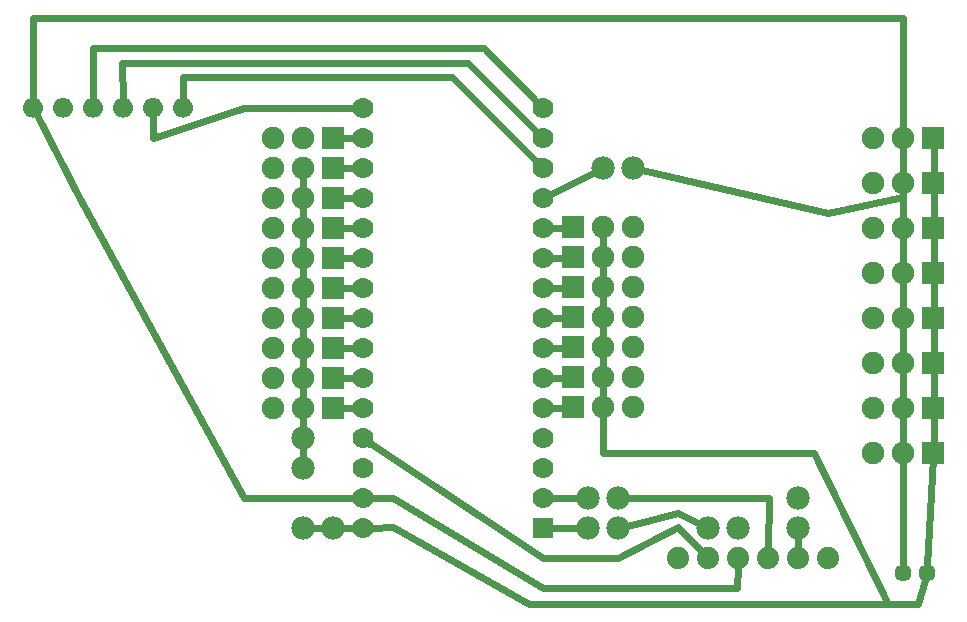
<source format=gtl>
G04 MADE WITH FRITZING*
G04 WWW.FRITZING.ORG*
G04 DOUBLE SIDED*
G04 HOLES PLATED*
G04 CONTOUR ON CENTER OF CONTOUR VECTOR*
%ASAXBY*%
%FSLAX23Y23*%
%MOIN*%
%OFA0B0*%
%SFA1.0B1.0*%
%ADD10C,0.075000*%
%ADD11C,0.065972*%
%ADD12C,0.057000*%
%ADD13C,0.070000*%
%ADD14C,0.074000*%
%ADD15C,0.078000*%
%ADD16R,0.075000X0.075000*%
%ADD17R,0.069972X0.070000*%
%ADD18C,0.024000*%
%ADD19R,0.001000X0.001000*%
%LNCOPPER1*%
G90*
G70*
G54D10*
X3256Y722D03*
X3156Y722D03*
X3056Y722D03*
X3256Y572D03*
X3156Y572D03*
X3056Y572D03*
X3256Y1472D03*
X3156Y1472D03*
X3056Y1472D03*
X3256Y1172D03*
X3156Y1172D03*
X3056Y1172D03*
X3256Y872D03*
X3156Y872D03*
X3056Y872D03*
X3256Y1622D03*
X3156Y1622D03*
X3056Y1622D03*
X3256Y1322D03*
X3156Y1322D03*
X3056Y1322D03*
X3256Y1022D03*
X3156Y1022D03*
X3056Y1022D03*
X1256Y1622D03*
X1156Y1622D03*
X1056Y1622D03*
X1256Y1522D03*
X1156Y1522D03*
X1056Y1522D03*
X1256Y1422D03*
X1156Y1422D03*
X1056Y1422D03*
X1256Y1322D03*
X1156Y1322D03*
X1056Y1322D03*
X1256Y1222D03*
X1156Y1222D03*
X1056Y1222D03*
X1256Y1122D03*
X1156Y1122D03*
X1056Y1122D03*
X1256Y922D03*
X1156Y922D03*
X1056Y922D03*
X1256Y1022D03*
X1156Y1022D03*
X1056Y1022D03*
X1256Y722D03*
X1156Y722D03*
X1056Y722D03*
X1256Y822D03*
X1156Y822D03*
X1056Y822D03*
X2058Y1325D03*
X2158Y1325D03*
X2258Y1325D03*
X2058Y1125D03*
X2158Y1125D03*
X2258Y1125D03*
X2058Y1225D03*
X2158Y1225D03*
X2258Y1225D03*
X2058Y1025D03*
X2158Y1025D03*
X2258Y1025D03*
X2058Y825D03*
X2158Y825D03*
X2258Y825D03*
X2058Y925D03*
X2158Y925D03*
X2258Y925D03*
X2058Y725D03*
X2158Y725D03*
X2258Y725D03*
G54D11*
X257Y1723D03*
X357Y1723D03*
X457Y1723D03*
X557Y1723D03*
X657Y1723D03*
X757Y1723D03*
G54D12*
X3157Y173D03*
X3236Y173D03*
X3157Y173D03*
X3236Y173D03*
G54D13*
X1957Y323D03*
X1957Y423D03*
X1957Y523D03*
X1957Y623D03*
X1957Y723D03*
X1957Y823D03*
X1957Y923D03*
X1957Y1023D03*
X1957Y1123D03*
X1957Y1223D03*
X1957Y1323D03*
X1957Y1423D03*
X1957Y1523D03*
X1957Y1623D03*
X1957Y1723D03*
X1357Y323D03*
X1357Y423D03*
X1357Y523D03*
X1357Y623D03*
X1357Y723D03*
X1357Y823D03*
X1357Y923D03*
X1357Y1023D03*
X1357Y1123D03*
X1357Y1223D03*
X1357Y1323D03*
X1357Y1423D03*
X1357Y1523D03*
X1357Y1623D03*
X1357Y1723D03*
G54D14*
X2907Y223D03*
X2807Y223D03*
X2707Y223D03*
X2607Y223D03*
X2507Y223D03*
X2407Y223D03*
G54D15*
X2207Y423D03*
X2107Y423D03*
X1257Y323D03*
X1157Y323D03*
X1157Y523D03*
X1157Y623D03*
X2157Y1523D03*
X2257Y1523D03*
X2807Y323D03*
X2807Y423D03*
X2607Y323D03*
X2507Y323D03*
X2207Y323D03*
X2107Y323D03*
G54D16*
X3256Y722D03*
X3256Y572D03*
X3256Y1472D03*
X3256Y1172D03*
X3256Y872D03*
X3256Y1622D03*
X3256Y1322D03*
X3256Y1022D03*
X1256Y1622D03*
X1256Y1522D03*
X1256Y1422D03*
X1256Y1322D03*
X1256Y1222D03*
X1256Y1122D03*
X1256Y922D03*
X1256Y1022D03*
X1256Y722D03*
X1256Y822D03*
X2058Y1325D03*
X2058Y1125D03*
X2058Y1225D03*
X2058Y1025D03*
X2058Y825D03*
X2058Y925D03*
X2058Y725D03*
G54D17*
X1957Y323D03*
G54D18*
X1986Y1224D02*
X2040Y1224D01*
D02*
X1986Y1124D02*
X2040Y1124D01*
D02*
X1986Y1024D02*
X2040Y1024D01*
D02*
X1986Y924D02*
X2040Y924D01*
D02*
X1986Y824D02*
X2040Y824D01*
D02*
X2040Y724D02*
X1986Y724D01*
D02*
X2157Y739D02*
X2157Y1309D01*
D02*
X1986Y1324D02*
X2040Y1324D01*
D02*
X1274Y1222D02*
X1328Y1223D01*
D02*
X1274Y1322D02*
X1328Y1323D01*
D02*
X1274Y1422D02*
X1328Y1423D01*
D02*
X1458Y424D02*
X1386Y423D01*
D02*
X1956Y123D02*
X1458Y424D01*
D02*
X2605Y123D02*
X1956Y123D01*
D02*
X2607Y192D02*
X2605Y123D01*
D02*
X1956Y222D02*
X2206Y222D01*
D02*
X2206Y222D02*
X2408Y325D01*
D02*
X2408Y325D02*
X2485Y245D01*
D02*
X1359Y621D02*
X1956Y222D01*
D02*
X1378Y603D02*
X1359Y621D01*
D02*
X2709Y424D02*
X2237Y423D01*
D02*
X2707Y254D02*
X2709Y424D01*
D02*
X1274Y1622D02*
X1328Y1623D01*
D02*
X1274Y1522D02*
X1328Y1523D01*
D02*
X2807Y254D02*
X2807Y293D01*
D02*
X2408Y372D02*
X2480Y337D01*
D02*
X2236Y330D02*
X2408Y372D01*
D02*
X1274Y722D02*
X1328Y723D01*
D02*
X1274Y822D02*
X1328Y823D01*
D02*
X1274Y922D02*
X1328Y923D01*
D02*
X1274Y1022D02*
X1328Y1023D01*
D02*
X1274Y1122D02*
X1328Y1123D01*
D02*
X757Y1825D02*
X757Y1750D01*
D02*
X1655Y1825D02*
X757Y1825D01*
D02*
X456Y1924D02*
X457Y1750D01*
D02*
X1759Y1924D02*
X456Y1924D01*
D02*
X1937Y1744D02*
X1759Y1924D01*
D02*
X1956Y1524D02*
X1655Y1825D01*
D02*
X1939Y1546D02*
X1956Y1524D01*
D02*
X1157Y1172D02*
X1158Y938D01*
D02*
X1157Y1208D02*
X1157Y1172D01*
D02*
X1158Y738D02*
X1158Y808D01*
D02*
X1158Y838D02*
X1158Y1208D01*
D02*
X1158Y1338D02*
X1158Y1508D01*
D02*
X1158Y1308D02*
X1158Y1238D01*
D02*
X959Y1722D02*
X658Y1623D01*
D02*
X658Y1623D02*
X657Y1696D01*
D02*
X1328Y1723D02*
X959Y1722D01*
D02*
X555Y1872D02*
X557Y1750D01*
D02*
X1707Y1872D02*
X555Y1872D01*
D02*
X1937Y1644D02*
X1707Y1872D01*
D02*
X1983Y1436D02*
X2130Y1510D01*
D02*
X3158Y1158D02*
X3158Y1038D01*
D02*
X3158Y1308D02*
X3158Y1188D01*
D02*
X3158Y1458D02*
X3158Y1338D01*
D02*
X3158Y1488D02*
X3158Y1608D01*
D02*
X3259Y1488D02*
X3259Y1606D01*
D02*
X3259Y1338D02*
X3259Y1456D01*
D02*
X3259Y1188D02*
X3259Y1306D01*
D02*
X3259Y1038D02*
X3259Y1156D01*
D02*
X3259Y1006D02*
X3259Y888D01*
D02*
X3158Y558D02*
X3157Y198D01*
D02*
X3258Y556D02*
X3237Y198D01*
D02*
X3158Y708D02*
X3158Y588D01*
D02*
X3158Y858D02*
X3158Y738D01*
D02*
X3259Y706D02*
X3259Y588D01*
D02*
X3259Y856D02*
X3259Y738D01*
D02*
X3158Y1008D02*
X3158Y888D01*
D02*
X258Y2023D02*
X257Y1750D01*
D02*
X3156Y2023D02*
X258Y2023D01*
D02*
X3158Y1638D02*
X3156Y2023D01*
D02*
X2906Y1374D02*
X2286Y1516D01*
D02*
X3156Y1425D02*
X2906Y1374D01*
D02*
X3157Y1458D02*
X3156Y1425D01*
D02*
X3108Y71D02*
X2859Y574D01*
D02*
X3207Y71D02*
X3108Y71D01*
D02*
X2158Y574D02*
X2157Y709D01*
D02*
X2859Y574D02*
X2158Y574D01*
D02*
X3229Y149D02*
X3207Y71D01*
D02*
X1458Y325D02*
X1386Y324D01*
D02*
X1909Y71D02*
X1458Y325D01*
D02*
X3207Y71D02*
X1909Y71D01*
D02*
X3229Y149D02*
X3207Y71D01*
D02*
X1227Y323D02*
X1187Y323D01*
D02*
X1157Y593D02*
X1157Y553D01*
D02*
X1157Y653D02*
X1158Y708D01*
D02*
X1287Y323D02*
X1328Y323D01*
D02*
X959Y424D02*
X1328Y423D01*
D02*
X409Y1425D02*
X959Y424D01*
D02*
X269Y1699D02*
X409Y1425D01*
D02*
X2077Y423D02*
X1986Y423D01*
D02*
X2077Y323D02*
X1986Y323D01*
G54D19*
X250Y1756D02*
X263Y1756D01*
X350Y1756D02*
X363Y1756D01*
X450Y1756D02*
X463Y1756D01*
X550Y1756D02*
X563Y1756D01*
X650Y1756D02*
X663Y1756D01*
X750Y1756D02*
X763Y1756D01*
X247Y1755D02*
X267Y1755D01*
X347Y1755D02*
X366Y1755D01*
X447Y1755D02*
X466Y1755D01*
X547Y1755D02*
X566Y1755D01*
X646Y1755D02*
X666Y1755D01*
X746Y1755D02*
X766Y1755D01*
X244Y1754D02*
X269Y1754D01*
X344Y1754D02*
X369Y1754D01*
X444Y1754D02*
X469Y1754D01*
X544Y1754D02*
X569Y1754D01*
X644Y1754D02*
X669Y1754D01*
X744Y1754D02*
X769Y1754D01*
X242Y1753D02*
X271Y1753D01*
X342Y1753D02*
X371Y1753D01*
X442Y1753D02*
X471Y1753D01*
X542Y1753D02*
X571Y1753D01*
X642Y1753D02*
X671Y1753D01*
X742Y1753D02*
X771Y1753D01*
X240Y1752D02*
X273Y1752D01*
X340Y1752D02*
X373Y1752D01*
X440Y1752D02*
X473Y1752D01*
X540Y1752D02*
X573Y1752D01*
X640Y1752D02*
X673Y1752D01*
X740Y1752D02*
X773Y1752D01*
X238Y1751D02*
X275Y1751D01*
X338Y1751D02*
X375Y1751D01*
X438Y1751D02*
X475Y1751D01*
X538Y1751D02*
X575Y1751D01*
X638Y1751D02*
X675Y1751D01*
X738Y1751D02*
X775Y1751D01*
X237Y1750D02*
X276Y1750D01*
X337Y1750D02*
X376Y1750D01*
X437Y1750D02*
X476Y1750D01*
X537Y1750D02*
X576Y1750D01*
X637Y1750D02*
X676Y1750D01*
X737Y1750D02*
X776Y1750D01*
X236Y1749D02*
X277Y1749D01*
X336Y1749D02*
X377Y1749D01*
X436Y1749D02*
X477Y1749D01*
X536Y1749D02*
X577Y1749D01*
X636Y1749D02*
X677Y1749D01*
X736Y1749D02*
X777Y1749D01*
X235Y1748D02*
X278Y1748D01*
X335Y1748D02*
X378Y1748D01*
X435Y1748D02*
X478Y1748D01*
X535Y1748D02*
X578Y1748D01*
X634Y1748D02*
X678Y1748D01*
X734Y1748D02*
X778Y1748D01*
X234Y1747D02*
X280Y1747D01*
X333Y1747D02*
X380Y1747D01*
X433Y1747D02*
X480Y1747D01*
X533Y1747D02*
X580Y1747D01*
X633Y1747D02*
X679Y1747D01*
X733Y1747D02*
X779Y1747D01*
X233Y1746D02*
X280Y1746D01*
X333Y1746D02*
X380Y1746D01*
X433Y1746D02*
X480Y1746D01*
X533Y1746D02*
X580Y1746D01*
X633Y1746D02*
X680Y1746D01*
X732Y1746D02*
X780Y1746D01*
X232Y1745D02*
X281Y1745D01*
X332Y1745D02*
X381Y1745D01*
X432Y1745D02*
X481Y1745D01*
X532Y1745D02*
X581Y1745D01*
X632Y1745D02*
X681Y1745D01*
X732Y1745D02*
X781Y1745D01*
X231Y1744D02*
X282Y1744D01*
X331Y1744D02*
X382Y1744D01*
X431Y1744D02*
X482Y1744D01*
X531Y1744D02*
X582Y1744D01*
X631Y1744D02*
X682Y1744D01*
X731Y1744D02*
X782Y1744D01*
X230Y1743D02*
X283Y1743D01*
X330Y1743D02*
X383Y1743D01*
X430Y1743D02*
X483Y1743D01*
X530Y1743D02*
X583Y1743D01*
X630Y1743D02*
X683Y1743D01*
X730Y1743D02*
X783Y1743D01*
X230Y1742D02*
X283Y1742D01*
X330Y1742D02*
X383Y1742D01*
X430Y1742D02*
X483Y1742D01*
X530Y1742D02*
X583Y1742D01*
X629Y1742D02*
X683Y1742D01*
X729Y1742D02*
X783Y1742D01*
X229Y1741D02*
X284Y1741D01*
X329Y1741D02*
X384Y1741D01*
X429Y1741D02*
X484Y1741D01*
X529Y1741D02*
X584Y1741D01*
X629Y1741D02*
X684Y1741D01*
X729Y1741D02*
X784Y1741D01*
X228Y1740D02*
X285Y1740D01*
X328Y1740D02*
X385Y1740D01*
X428Y1740D02*
X485Y1740D01*
X528Y1740D02*
X585Y1740D01*
X628Y1740D02*
X685Y1740D01*
X728Y1740D02*
X785Y1740D01*
X228Y1739D02*
X252Y1739D01*
X261Y1739D02*
X285Y1739D01*
X328Y1739D02*
X352Y1739D01*
X361Y1739D02*
X385Y1739D01*
X428Y1739D02*
X452Y1739D01*
X461Y1739D02*
X485Y1739D01*
X528Y1739D02*
X552Y1739D01*
X561Y1739D02*
X585Y1739D01*
X628Y1739D02*
X652Y1739D01*
X661Y1739D02*
X685Y1739D01*
X728Y1739D02*
X752Y1739D01*
X761Y1739D02*
X785Y1739D01*
X227Y1738D02*
X249Y1738D01*
X264Y1738D02*
X286Y1738D01*
X327Y1738D02*
X349Y1738D01*
X364Y1738D02*
X386Y1738D01*
X427Y1738D02*
X449Y1738D01*
X464Y1738D02*
X486Y1738D01*
X527Y1738D02*
X549Y1738D01*
X564Y1738D02*
X586Y1738D01*
X627Y1738D02*
X649Y1738D01*
X664Y1738D02*
X686Y1738D01*
X727Y1738D02*
X749Y1738D01*
X764Y1738D02*
X786Y1738D01*
X227Y1737D02*
X247Y1737D01*
X266Y1737D02*
X286Y1737D01*
X327Y1737D02*
X347Y1737D01*
X366Y1737D02*
X386Y1737D01*
X427Y1737D02*
X447Y1737D01*
X466Y1737D02*
X486Y1737D01*
X527Y1737D02*
X547Y1737D01*
X566Y1737D02*
X586Y1737D01*
X627Y1737D02*
X647Y1737D01*
X666Y1737D02*
X686Y1737D01*
X727Y1737D02*
X747Y1737D01*
X766Y1737D02*
X786Y1737D01*
X227Y1736D02*
X246Y1736D01*
X267Y1736D02*
X287Y1736D01*
X327Y1736D02*
X346Y1736D01*
X367Y1736D02*
X387Y1736D01*
X427Y1736D02*
X446Y1736D01*
X467Y1736D02*
X486Y1736D01*
X527Y1736D02*
X546Y1736D01*
X567Y1736D02*
X586Y1736D01*
X626Y1736D02*
X646Y1736D01*
X667Y1736D02*
X686Y1736D01*
X726Y1736D02*
X746Y1736D01*
X767Y1736D02*
X786Y1736D01*
X226Y1735D02*
X245Y1735D01*
X268Y1735D02*
X287Y1735D01*
X326Y1735D02*
X345Y1735D01*
X368Y1735D02*
X387Y1735D01*
X426Y1735D02*
X445Y1735D01*
X468Y1735D02*
X487Y1735D01*
X526Y1735D02*
X545Y1735D01*
X568Y1735D02*
X587Y1735D01*
X626Y1735D02*
X645Y1735D01*
X668Y1735D02*
X687Y1735D01*
X726Y1735D02*
X745Y1735D01*
X768Y1735D02*
X787Y1735D01*
X226Y1734D02*
X244Y1734D01*
X269Y1734D02*
X287Y1734D01*
X326Y1734D02*
X344Y1734D01*
X369Y1734D02*
X387Y1734D01*
X426Y1734D02*
X444Y1734D01*
X469Y1734D02*
X487Y1734D01*
X526Y1734D02*
X544Y1734D01*
X569Y1734D02*
X587Y1734D01*
X626Y1734D02*
X644Y1734D01*
X669Y1734D02*
X687Y1734D01*
X726Y1734D02*
X744Y1734D01*
X769Y1734D02*
X787Y1734D01*
X226Y1733D02*
X243Y1733D01*
X270Y1733D02*
X288Y1733D01*
X325Y1733D02*
X343Y1733D01*
X370Y1733D02*
X388Y1733D01*
X425Y1733D02*
X443Y1733D01*
X470Y1733D02*
X488Y1733D01*
X525Y1733D02*
X543Y1733D01*
X570Y1733D02*
X588Y1733D01*
X625Y1733D02*
X643Y1733D01*
X670Y1733D02*
X687Y1733D01*
X725Y1733D02*
X743Y1733D01*
X770Y1733D02*
X787Y1733D01*
X225Y1732D02*
X243Y1732D01*
X270Y1732D02*
X288Y1732D01*
X325Y1732D02*
X343Y1732D01*
X370Y1732D02*
X388Y1732D01*
X425Y1732D02*
X443Y1732D01*
X470Y1732D02*
X488Y1732D01*
X525Y1732D02*
X543Y1732D01*
X570Y1732D02*
X588Y1732D01*
X625Y1732D02*
X643Y1732D01*
X670Y1732D02*
X688Y1732D01*
X725Y1732D02*
X742Y1732D01*
X770Y1732D02*
X788Y1732D01*
X225Y1731D02*
X242Y1731D01*
X271Y1731D02*
X288Y1731D01*
X325Y1731D02*
X342Y1731D01*
X371Y1731D02*
X388Y1731D01*
X425Y1731D02*
X442Y1731D01*
X471Y1731D02*
X488Y1731D01*
X525Y1731D02*
X542Y1731D01*
X571Y1731D02*
X588Y1731D01*
X625Y1731D02*
X642Y1731D01*
X671Y1731D02*
X688Y1731D01*
X725Y1731D02*
X742Y1731D01*
X771Y1731D02*
X788Y1731D01*
X225Y1730D02*
X242Y1730D01*
X272Y1730D02*
X288Y1730D01*
X325Y1730D02*
X341Y1730D01*
X372Y1730D02*
X388Y1730D01*
X425Y1730D02*
X441Y1730D01*
X472Y1730D02*
X488Y1730D01*
X525Y1730D02*
X541Y1730D01*
X572Y1730D02*
X588Y1730D01*
X625Y1730D02*
X641Y1730D01*
X671Y1730D02*
X688Y1730D01*
X725Y1730D02*
X741Y1730D01*
X771Y1730D02*
X788Y1730D01*
X225Y1729D02*
X241Y1729D01*
X272Y1729D02*
X289Y1729D01*
X325Y1729D02*
X341Y1729D01*
X372Y1729D02*
X389Y1729D01*
X425Y1729D02*
X441Y1729D01*
X472Y1729D02*
X488Y1729D01*
X525Y1729D02*
X541Y1729D01*
X572Y1729D02*
X588Y1729D01*
X624Y1729D02*
X641Y1729D01*
X672Y1729D02*
X688Y1729D01*
X724Y1729D02*
X741Y1729D01*
X772Y1729D02*
X788Y1729D01*
X224Y1728D02*
X241Y1728D01*
X272Y1728D02*
X289Y1728D01*
X324Y1728D02*
X341Y1728D01*
X372Y1728D02*
X389Y1728D01*
X424Y1728D02*
X441Y1728D01*
X472Y1728D02*
X489Y1728D01*
X524Y1728D02*
X541Y1728D01*
X572Y1728D02*
X589Y1728D01*
X624Y1728D02*
X641Y1728D01*
X672Y1728D02*
X689Y1728D01*
X724Y1728D02*
X741Y1728D01*
X772Y1728D02*
X789Y1728D01*
X224Y1727D02*
X241Y1727D01*
X272Y1727D02*
X289Y1727D01*
X324Y1727D02*
X341Y1727D01*
X372Y1727D02*
X389Y1727D01*
X424Y1727D02*
X441Y1727D01*
X472Y1727D02*
X489Y1727D01*
X524Y1727D02*
X541Y1727D01*
X572Y1727D02*
X589Y1727D01*
X624Y1727D02*
X641Y1727D01*
X672Y1727D02*
X689Y1727D01*
X724Y1727D02*
X741Y1727D01*
X772Y1727D02*
X789Y1727D01*
X224Y1726D02*
X241Y1726D01*
X273Y1726D02*
X289Y1726D01*
X324Y1726D02*
X341Y1726D01*
X372Y1726D02*
X389Y1726D01*
X424Y1726D02*
X441Y1726D01*
X472Y1726D02*
X489Y1726D01*
X524Y1726D02*
X541Y1726D01*
X572Y1726D02*
X589Y1726D01*
X624Y1726D02*
X640Y1726D01*
X672Y1726D02*
X689Y1726D01*
X724Y1726D02*
X740Y1726D01*
X772Y1726D02*
X789Y1726D01*
X224Y1725D02*
X241Y1725D01*
X273Y1725D02*
X289Y1725D01*
X324Y1725D02*
X340Y1725D01*
X373Y1725D02*
X389Y1725D01*
X424Y1725D02*
X440Y1725D01*
X473Y1725D02*
X489Y1725D01*
X524Y1725D02*
X540Y1725D01*
X573Y1725D02*
X589Y1725D01*
X624Y1725D02*
X640Y1725D01*
X672Y1725D02*
X689Y1725D01*
X724Y1725D02*
X740Y1725D01*
X772Y1725D02*
X789Y1725D01*
X224Y1724D02*
X240Y1724D01*
X273Y1724D02*
X289Y1724D01*
X324Y1724D02*
X340Y1724D01*
X373Y1724D02*
X389Y1724D01*
X424Y1724D02*
X440Y1724D01*
X473Y1724D02*
X489Y1724D01*
X524Y1724D02*
X540Y1724D01*
X573Y1724D02*
X589Y1724D01*
X624Y1724D02*
X640Y1724D01*
X673Y1724D02*
X689Y1724D01*
X724Y1724D02*
X740Y1724D01*
X773Y1724D02*
X789Y1724D01*
X224Y1723D02*
X241Y1723D01*
X273Y1723D02*
X289Y1723D01*
X324Y1723D02*
X340Y1723D01*
X373Y1723D02*
X389Y1723D01*
X424Y1723D02*
X440Y1723D01*
X473Y1723D02*
X489Y1723D01*
X524Y1723D02*
X540Y1723D01*
X573Y1723D02*
X589Y1723D01*
X624Y1723D02*
X640Y1723D01*
X672Y1723D02*
X689Y1723D01*
X724Y1723D02*
X740Y1723D01*
X772Y1723D02*
X789Y1723D01*
X224Y1722D02*
X241Y1722D01*
X273Y1722D02*
X289Y1722D01*
X324Y1722D02*
X341Y1722D01*
X372Y1722D02*
X389Y1722D01*
X424Y1722D02*
X441Y1722D01*
X472Y1722D02*
X489Y1722D01*
X524Y1722D02*
X541Y1722D01*
X572Y1722D02*
X589Y1722D01*
X624Y1722D02*
X640Y1722D01*
X672Y1722D02*
X689Y1722D01*
X724Y1722D02*
X740Y1722D01*
X772Y1722D02*
X789Y1722D01*
X224Y1721D02*
X241Y1721D01*
X272Y1721D02*
X289Y1721D01*
X324Y1721D02*
X341Y1721D01*
X372Y1721D02*
X389Y1721D01*
X424Y1721D02*
X441Y1721D01*
X472Y1721D02*
X489Y1721D01*
X524Y1721D02*
X541Y1721D01*
X572Y1721D02*
X589Y1721D01*
X624Y1721D02*
X641Y1721D01*
X672Y1721D02*
X689Y1721D01*
X724Y1721D02*
X741Y1721D01*
X772Y1721D02*
X789Y1721D01*
X224Y1720D02*
X241Y1720D01*
X272Y1720D02*
X289Y1720D01*
X324Y1720D02*
X341Y1720D01*
X372Y1720D02*
X389Y1720D01*
X424Y1720D02*
X441Y1720D01*
X472Y1720D02*
X489Y1720D01*
X524Y1720D02*
X541Y1720D01*
X572Y1720D02*
X589Y1720D01*
X624Y1720D02*
X641Y1720D01*
X672Y1720D02*
X689Y1720D01*
X724Y1720D02*
X741Y1720D01*
X772Y1720D02*
X789Y1720D01*
X225Y1719D02*
X241Y1719D01*
X272Y1719D02*
X289Y1719D01*
X325Y1719D02*
X341Y1719D01*
X372Y1719D02*
X389Y1719D01*
X424Y1719D02*
X441Y1719D01*
X472Y1719D02*
X488Y1719D01*
X524Y1719D02*
X541Y1719D01*
X572Y1719D02*
X589Y1719D01*
X624Y1719D02*
X641Y1719D01*
X672Y1719D02*
X688Y1719D01*
X724Y1719D02*
X741Y1719D01*
X772Y1719D02*
X788Y1719D01*
X225Y1718D02*
X241Y1718D01*
X272Y1718D02*
X288Y1718D01*
X325Y1718D02*
X341Y1718D01*
X372Y1718D02*
X388Y1718D01*
X425Y1718D02*
X441Y1718D01*
X472Y1718D02*
X488Y1718D01*
X525Y1718D02*
X541Y1718D01*
X572Y1718D02*
X588Y1718D01*
X625Y1718D02*
X641Y1718D01*
X672Y1718D02*
X688Y1718D01*
X725Y1718D02*
X741Y1718D01*
X772Y1718D02*
X788Y1718D01*
X225Y1717D02*
X242Y1717D01*
X271Y1717D02*
X288Y1717D01*
X325Y1717D02*
X342Y1717D01*
X371Y1717D02*
X388Y1717D01*
X425Y1717D02*
X442Y1717D01*
X471Y1717D02*
X488Y1717D01*
X525Y1717D02*
X542Y1717D01*
X571Y1717D02*
X588Y1717D01*
X625Y1717D02*
X642Y1717D01*
X671Y1717D02*
X688Y1717D01*
X725Y1717D02*
X742Y1717D01*
X771Y1717D02*
X788Y1717D01*
X225Y1716D02*
X243Y1716D01*
X271Y1716D02*
X288Y1716D01*
X325Y1716D02*
X342Y1716D01*
X371Y1716D02*
X388Y1716D01*
X425Y1716D02*
X442Y1716D01*
X471Y1716D02*
X488Y1716D01*
X525Y1716D02*
X542Y1716D01*
X571Y1716D02*
X588Y1716D01*
X625Y1716D02*
X642Y1716D01*
X670Y1716D02*
X688Y1716D01*
X725Y1716D02*
X742Y1716D01*
X770Y1716D02*
X788Y1716D01*
X225Y1715D02*
X243Y1715D01*
X270Y1715D02*
X288Y1715D01*
X325Y1715D02*
X343Y1715D01*
X370Y1715D02*
X388Y1715D01*
X425Y1715D02*
X443Y1715D01*
X470Y1715D02*
X488Y1715D01*
X525Y1715D02*
X543Y1715D01*
X570Y1715D02*
X588Y1715D01*
X625Y1715D02*
X643Y1715D01*
X670Y1715D02*
X688Y1715D01*
X725Y1715D02*
X743Y1715D01*
X770Y1715D02*
X788Y1715D01*
X226Y1714D02*
X244Y1714D01*
X269Y1714D02*
X287Y1714D01*
X326Y1714D02*
X344Y1714D01*
X369Y1714D02*
X387Y1714D01*
X426Y1714D02*
X444Y1714D01*
X469Y1714D02*
X487Y1714D01*
X526Y1714D02*
X544Y1714D01*
X569Y1714D02*
X587Y1714D01*
X626Y1714D02*
X644Y1714D01*
X669Y1714D02*
X687Y1714D01*
X726Y1714D02*
X744Y1714D01*
X769Y1714D02*
X787Y1714D01*
X226Y1713D02*
X245Y1713D01*
X268Y1713D02*
X287Y1713D01*
X326Y1713D02*
X345Y1713D01*
X368Y1713D02*
X387Y1713D01*
X426Y1713D02*
X445Y1713D01*
X468Y1713D02*
X487Y1713D01*
X526Y1713D02*
X545Y1713D01*
X568Y1713D02*
X587Y1713D01*
X626Y1713D02*
X645Y1713D01*
X668Y1713D02*
X687Y1713D01*
X726Y1713D02*
X745Y1713D01*
X768Y1713D02*
X787Y1713D01*
X226Y1712D02*
X246Y1712D01*
X267Y1712D02*
X287Y1712D01*
X326Y1712D02*
X346Y1712D01*
X367Y1712D02*
X387Y1712D01*
X426Y1712D02*
X446Y1712D01*
X467Y1712D02*
X487Y1712D01*
X526Y1712D02*
X546Y1712D01*
X567Y1712D02*
X587Y1712D01*
X626Y1712D02*
X646Y1712D01*
X667Y1712D02*
X686Y1712D01*
X726Y1712D02*
X746Y1712D01*
X767Y1712D02*
X786Y1712D01*
X227Y1711D02*
X247Y1711D01*
X266Y1711D02*
X286Y1711D01*
X327Y1711D02*
X347Y1711D01*
X366Y1711D02*
X386Y1711D01*
X427Y1711D02*
X447Y1711D01*
X466Y1711D02*
X486Y1711D01*
X527Y1711D02*
X547Y1711D01*
X566Y1711D02*
X586Y1711D01*
X627Y1711D02*
X647Y1711D01*
X666Y1711D02*
X686Y1711D01*
X727Y1711D02*
X747Y1711D01*
X766Y1711D02*
X786Y1711D01*
X227Y1710D02*
X249Y1710D01*
X264Y1710D02*
X286Y1710D01*
X327Y1710D02*
X349Y1710D01*
X364Y1710D02*
X386Y1710D01*
X427Y1710D02*
X449Y1710D01*
X464Y1710D02*
X486Y1710D01*
X527Y1710D02*
X549Y1710D01*
X564Y1710D02*
X586Y1710D01*
X627Y1710D02*
X649Y1710D01*
X664Y1710D02*
X686Y1710D01*
X727Y1710D02*
X749Y1710D01*
X764Y1710D02*
X786Y1710D01*
X228Y1709D02*
X251Y1709D01*
X262Y1709D02*
X285Y1709D01*
X328Y1709D02*
X351Y1709D01*
X362Y1709D02*
X385Y1709D01*
X428Y1709D02*
X451Y1709D01*
X462Y1709D02*
X485Y1709D01*
X528Y1709D02*
X551Y1709D01*
X562Y1709D02*
X585Y1709D01*
X628Y1709D02*
X651Y1709D01*
X662Y1709D02*
X685Y1709D01*
X728Y1709D02*
X751Y1709D01*
X762Y1709D02*
X785Y1709D01*
X228Y1708D02*
X285Y1708D01*
X328Y1708D02*
X385Y1708D01*
X428Y1708D02*
X485Y1708D01*
X528Y1708D02*
X585Y1708D01*
X628Y1708D02*
X685Y1708D01*
X728Y1708D02*
X785Y1708D01*
X229Y1707D02*
X284Y1707D01*
X329Y1707D02*
X384Y1707D01*
X429Y1707D02*
X484Y1707D01*
X529Y1707D02*
X584Y1707D01*
X629Y1707D02*
X684Y1707D01*
X729Y1707D02*
X784Y1707D01*
X230Y1706D02*
X284Y1706D01*
X329Y1706D02*
X384Y1706D01*
X429Y1706D02*
X484Y1706D01*
X529Y1706D02*
X584Y1706D01*
X629Y1706D02*
X683Y1706D01*
X729Y1706D02*
X783Y1706D01*
X230Y1705D02*
X283Y1705D01*
X330Y1705D02*
X383Y1705D01*
X430Y1705D02*
X483Y1705D01*
X530Y1705D02*
X583Y1705D01*
X630Y1705D02*
X683Y1705D01*
X730Y1705D02*
X783Y1705D01*
X231Y1704D02*
X282Y1704D01*
X331Y1704D02*
X382Y1704D01*
X431Y1704D02*
X482Y1704D01*
X531Y1704D02*
X582Y1704D01*
X631Y1704D02*
X682Y1704D01*
X731Y1704D02*
X782Y1704D01*
X232Y1703D02*
X281Y1703D01*
X332Y1703D02*
X381Y1703D01*
X432Y1703D02*
X481Y1703D01*
X532Y1703D02*
X581Y1703D01*
X632Y1703D02*
X681Y1703D01*
X731Y1703D02*
X781Y1703D01*
X232Y1702D02*
X281Y1702D01*
X332Y1702D02*
X381Y1702D01*
X432Y1702D02*
X481Y1702D01*
X532Y1702D02*
X581Y1702D01*
X632Y1702D02*
X681Y1702D01*
X732Y1702D02*
X781Y1702D01*
X233Y1701D02*
X280Y1701D01*
X333Y1701D02*
X380Y1701D01*
X433Y1701D02*
X480Y1701D01*
X533Y1701D02*
X580Y1701D01*
X633Y1701D02*
X680Y1701D01*
X733Y1701D02*
X780Y1701D01*
X234Y1700D02*
X279Y1700D01*
X334Y1700D02*
X379Y1700D01*
X434Y1700D02*
X479Y1700D01*
X534Y1700D02*
X579Y1700D01*
X634Y1700D02*
X679Y1700D01*
X734Y1700D02*
X779Y1700D01*
X236Y1699D02*
X278Y1699D01*
X335Y1699D02*
X378Y1699D01*
X435Y1699D02*
X478Y1699D01*
X535Y1699D02*
X578Y1699D01*
X635Y1699D02*
X677Y1699D01*
X735Y1699D02*
X777Y1699D01*
X237Y1698D02*
X276Y1698D01*
X337Y1698D02*
X376Y1698D01*
X437Y1698D02*
X476Y1698D01*
X537Y1698D02*
X576Y1698D01*
X637Y1698D02*
X676Y1698D01*
X737Y1698D02*
X776Y1698D01*
X238Y1697D02*
X275Y1697D01*
X338Y1697D02*
X375Y1697D01*
X438Y1697D02*
X475Y1697D01*
X538Y1697D02*
X575Y1697D01*
X638Y1697D02*
X675Y1697D01*
X738Y1697D02*
X775Y1697D01*
X240Y1696D02*
X273Y1696D01*
X340Y1696D02*
X373Y1696D01*
X440Y1696D02*
X473Y1696D01*
X540Y1696D02*
X573Y1696D01*
X640Y1696D02*
X673Y1696D01*
X740Y1696D02*
X773Y1696D01*
X242Y1695D02*
X272Y1695D01*
X341Y1695D02*
X372Y1695D01*
X441Y1695D02*
X472Y1695D01*
X541Y1695D02*
X572Y1695D01*
X641Y1695D02*
X671Y1695D01*
X741Y1695D02*
X771Y1695D01*
X244Y1694D02*
X269Y1694D01*
X344Y1694D02*
X369Y1694D01*
X444Y1694D02*
X469Y1694D01*
X544Y1694D02*
X569Y1694D01*
X644Y1694D02*
X669Y1694D01*
X743Y1694D02*
X769Y1694D01*
X246Y1693D02*
X267Y1693D01*
X346Y1693D02*
X367Y1693D01*
X446Y1693D02*
X467Y1693D01*
X546Y1693D02*
X567Y1693D01*
X646Y1693D02*
X667Y1693D01*
X746Y1693D02*
X767Y1693D01*
X249Y1692D02*
X264Y1692D01*
X349Y1692D02*
X364Y1692D01*
X449Y1692D02*
X464Y1692D01*
X549Y1692D02*
X564Y1692D01*
X649Y1692D02*
X664Y1692D01*
X749Y1692D02*
X764Y1692D01*
X256Y1691D02*
X257Y1691D01*
X356Y1691D02*
X357Y1691D01*
X456Y1691D02*
X457Y1691D01*
X556Y1691D02*
X557Y1691D01*
X656Y1691D02*
X657Y1691D01*
X756Y1691D02*
X757Y1691D01*
D02*
G04 End of Copper1*
M02*
</source>
